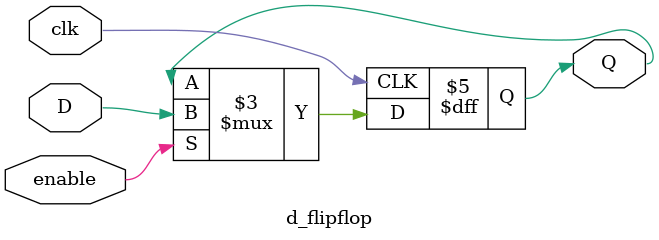
<source format=v>
module d_flipflop(
input D,
input clk,
input enable,
output reg Q
);
//    initial Q =  0;
    always @ (negedge clk) begin
        if (enable)begin
            Q <= D;
            end
         else begin
            Q <= Q;
        end
    end
endmodule

</source>
